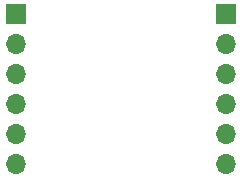
<source format=gbr>
%TF.GenerationSoftware,KiCad,Pcbnew,(6.0.5)*%
%TF.CreationDate,2022-06-15T23:30:51+02:00*%
%TF.ProjectId,picoESP12F,7069636f-4553-4503-9132-462e6b696361,rev?*%
%TF.SameCoordinates,Original*%
%TF.FileFunction,Soldermask,Bot*%
%TF.FilePolarity,Negative*%
%FSLAX46Y46*%
G04 Gerber Fmt 4.6, Leading zero omitted, Abs format (unit mm)*
G04 Created by KiCad (PCBNEW (6.0.5)) date 2022-06-15 23:30:51*
%MOMM*%
%LPD*%
G01*
G04 APERTURE LIST*
%ADD10O,1.700000X1.700000*%
%ADD11R,1.700000X1.700000*%
G04 APERTURE END LIST*
D10*
%TO.C,J2*%
X161036000Y-82296000D03*
X161036000Y-79756000D03*
X161036000Y-77216000D03*
X161036000Y-74676000D03*
X161036000Y-72136000D03*
D11*
X161036000Y-69596000D03*
%TD*%
D10*
%TO.C,J1*%
X143256000Y-82296000D03*
X143256000Y-79756000D03*
X143256000Y-77216000D03*
X143256000Y-74676000D03*
X143256000Y-72136000D03*
D11*
X143256000Y-69596000D03*
%TD*%
M02*

</source>
